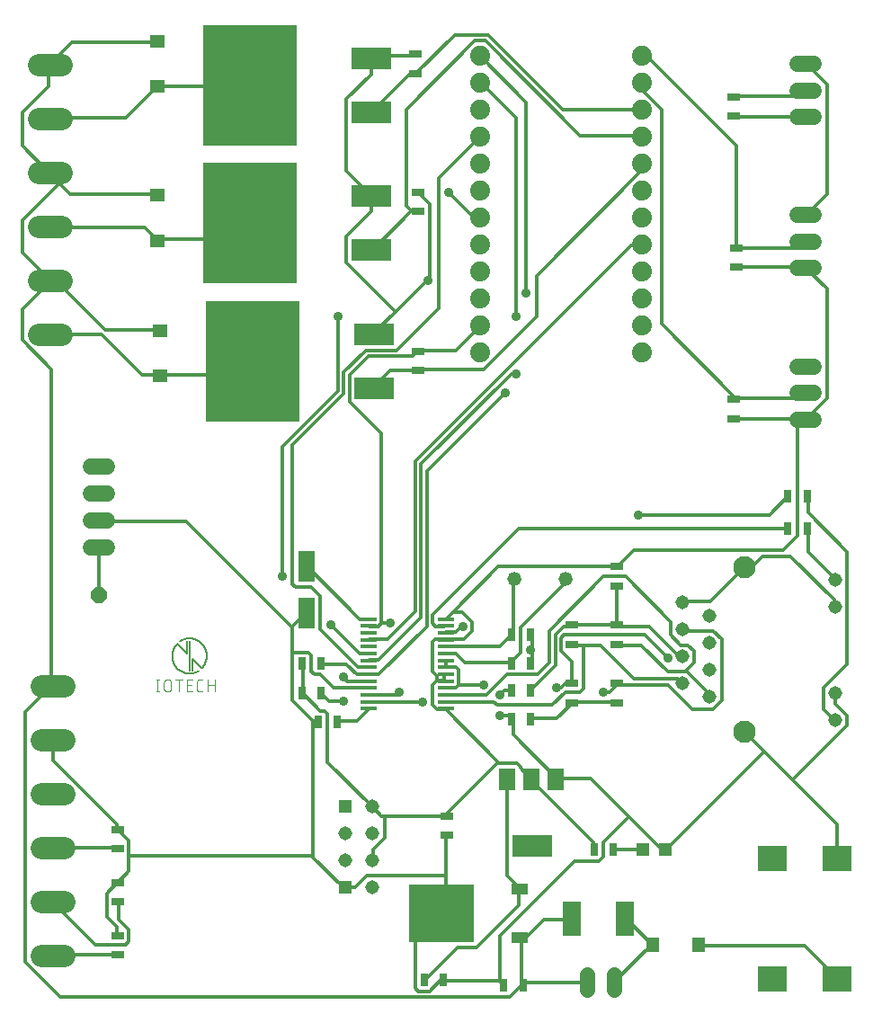
<source format=gbr>
G04 EAGLE Gerber RS-274X export*
G75*
%MOMM*%
%FSLAX34Y34*%
%LPD*%
%AMOC8*
5,1,8,0,0,1.08239X$1,22.5*%
G01*
%ADD10R,1.200000X0.800000*%
%ADD11R,1.200000X1.200000*%
%ADD12R,1.270000X1.470000*%
%ADD13R,0.800000X1.200000*%
%ADD14R,1.780000X3.200000*%
%ADD15R,1.498600X2.006600*%
%ADD16R,3.810000X2.006600*%
%ADD17R,2.800000X2.400000*%
%ADD18R,6.200000X5.400000*%
%ADD19R,1.600000X1.000000*%
%ADD20C,1.422400*%
%ADD21R,1.470000X1.270000*%
%ADD22R,3.810000X2.082800*%
%ADD23R,8.890000X11.430000*%
%ADD24C,1.524000*%
%ADD25R,1.308000X1.308000*%
%ADD26C,1.308000*%
%ADD27C,1.879600*%
%ADD28C,2.095500*%
%ADD29R,1.500000X0.400000*%
%ADD30C,1.320800*%
%ADD31R,1.600000X3.000000*%
%ADD32C,0.127000*%
%ADD33C,0.101600*%
%ADD34C,2.100000*%
%ADD35P,1.632244X8X292.500000*%
%ADD36C,0.300000*%
%ADD37C,0.906400*%


D10*
X442500Y178500D03*
X442500Y196500D03*
D11*
X648000Y165000D03*
X627000Y165000D03*
D12*
X679000Y75000D03*
X636000Y75000D03*
D13*
X439000Y42500D03*
X421000Y42500D03*
X599000Y165000D03*
X581000Y165000D03*
D14*
X609900Y100000D03*
X560100Y100000D03*
D15*
X545106Y231496D03*
X522246Y231496D03*
X499386Y231496D03*
D16*
X522500Y168504D03*
D17*
X810000Y43000D03*
X810000Y157000D03*
X749000Y43000D03*
X749000Y157000D03*
D18*
X437500Y105000D03*
D19*
X510500Y82200D03*
X510500Y127800D03*
D13*
X496000Y37500D03*
X514000Y37500D03*
D20*
X600200Y32888D02*
X600200Y47112D01*
X574800Y47112D02*
X574800Y32888D01*
D10*
X412500Y914000D03*
X412500Y896000D03*
D21*
X170000Y883500D03*
X170000Y926500D03*
D22*
X371400Y859600D03*
X371400Y910400D03*
D23*
X257100Y885000D03*
D10*
X712500Y589000D03*
X712500Y571000D03*
D24*
X772380Y620000D02*
X787620Y620000D01*
X787620Y595000D02*
X772380Y595000D01*
X772380Y570000D02*
X787620Y570000D01*
D10*
X715000Y731500D03*
X715000Y713500D03*
D24*
X772380Y762500D02*
X787620Y762500D01*
X787620Y737500D02*
X772380Y737500D01*
X772380Y712500D02*
X787620Y712500D01*
D10*
X415000Y784000D03*
X415000Y766000D03*
D21*
X170000Y738500D03*
X170000Y781500D03*
D22*
X371400Y729600D03*
X371400Y780400D03*
D23*
X257100Y755000D03*
D25*
X346375Y129250D03*
X346375Y205450D03*
D26*
X346375Y154650D03*
X346375Y180050D03*
X371775Y180050D03*
X371775Y154650D03*
X371775Y129250D03*
X371775Y205450D03*
D27*
X626200Y633000D03*
X626200Y658400D03*
X626200Y683800D03*
X626200Y709200D03*
X626200Y734600D03*
X626200Y760000D03*
X626200Y785400D03*
X626200Y810800D03*
X626200Y836200D03*
X626200Y861600D03*
X626200Y887000D03*
X626200Y912400D03*
X473800Y912400D03*
X473800Y887000D03*
X473800Y861600D03*
X473800Y836200D03*
X473800Y810800D03*
X473800Y785400D03*
X473800Y760000D03*
X473800Y734600D03*
X473800Y709200D03*
X473800Y683800D03*
X473800Y658400D03*
X473800Y633000D03*
D28*
X78778Y904500D02*
X57823Y904500D01*
X57823Y853700D02*
X78778Y853700D01*
X78778Y650500D02*
X57823Y650500D01*
X57823Y802900D02*
X78778Y802900D01*
X78778Y752100D02*
X57823Y752100D01*
X57823Y701300D02*
X78778Y701300D01*
X81278Y319500D02*
X60323Y319500D01*
X60323Y268700D02*
X81278Y268700D01*
X81278Y65500D02*
X60323Y65500D01*
X60323Y217900D02*
X81278Y217900D01*
X81278Y167100D02*
X60323Y167100D01*
X60323Y116300D02*
X81278Y116300D01*
D10*
X415000Y634000D03*
X415000Y616000D03*
D21*
X172500Y611000D03*
X172500Y654000D03*
D22*
X373900Y599600D03*
X373900Y650400D03*
D23*
X259600Y625000D03*
D10*
X712500Y874000D03*
X712500Y856000D03*
D24*
X772380Y905000D02*
X787620Y905000D01*
X787620Y880000D02*
X772380Y880000D01*
X772380Y855000D02*
X787620Y855000D01*
D10*
X132500Y184000D03*
X132500Y166000D03*
X132500Y134000D03*
X132500Y116000D03*
X132500Y84000D03*
X132500Y66000D03*
D29*
X368750Y382250D03*
X368750Y375750D03*
X368750Y369250D03*
X368750Y362750D03*
X368750Y356250D03*
X368750Y349750D03*
X368750Y343250D03*
X368750Y336750D03*
X368750Y330250D03*
X368750Y323750D03*
X368750Y317250D03*
X368750Y310750D03*
X368750Y304250D03*
X368750Y297750D03*
X441250Y297750D03*
X441250Y304250D03*
X441250Y310750D03*
X441250Y317250D03*
X441250Y323750D03*
X441250Y330250D03*
X441250Y336750D03*
X441250Y343250D03*
X441250Y349750D03*
X441250Y356250D03*
X441250Y362750D03*
X441250Y369250D03*
X441250Y375750D03*
X441250Y382250D03*
D13*
X324000Y312500D03*
X306000Y312500D03*
X324000Y340000D03*
X306000Y340000D03*
X339000Y285000D03*
X321000Y285000D03*
D30*
X505870Y420000D03*
X554130Y420000D03*
D13*
X503500Y340000D03*
X521500Y340000D03*
X503500Y367500D03*
X521500Y367500D03*
D10*
X560000Y358500D03*
X560000Y376500D03*
X602500Y358500D03*
X602500Y376500D03*
X602500Y303500D03*
X602500Y321500D03*
X560000Y303500D03*
X560000Y321500D03*
D13*
X521500Y315000D03*
X503500Y315000D03*
D10*
X602500Y431500D03*
X602500Y413500D03*
D13*
X521500Y287500D03*
X503500Y287500D03*
D31*
X310000Y388000D03*
X310000Y432000D03*
D13*
X781500Y467500D03*
X763500Y467500D03*
X781500Y497500D03*
X763500Y497500D03*
D32*
X200000Y361470D02*
X200000Y333530D01*
X202540Y333530D02*
X202540Y344960D01*
X211430Y336070D01*
X197460Y350040D02*
X188570Y358930D01*
X197460Y361470D02*
X197460Y350040D01*
X191110Y361471D02*
X191449Y361680D01*
X191793Y361881D01*
X192142Y362074D01*
X192495Y362258D01*
X192853Y362433D01*
X193215Y362600D01*
X193581Y362758D01*
X193951Y362907D01*
X194324Y363046D01*
X194701Y363177D01*
X195080Y363298D01*
X195463Y363411D01*
X195848Y363513D01*
X196235Y363607D01*
X196625Y363691D01*
X197016Y363765D01*
X197409Y363830D01*
X197804Y363885D01*
X198200Y363931D01*
X198597Y363967D01*
X198995Y363993D01*
X199393Y364010D01*
X199791Y364017D01*
X200190Y364014D01*
X200588Y364001D01*
X200986Y363979D01*
X201383Y363947D01*
X201780Y363906D01*
X202175Y363855D01*
X202569Y363794D01*
X202961Y363724D01*
X203351Y363644D01*
X203740Y363554D01*
X204126Y363455D01*
X204509Y363347D01*
X204890Y363230D01*
X205268Y363103D01*
X205643Y362967D01*
X206014Y362822D01*
X206382Y362668D01*
X206745Y362505D01*
X207105Y362333D01*
X207460Y362153D01*
X207811Y361964D01*
X208157Y361767D01*
X208499Y361561D01*
X208835Y361347D01*
X209165Y361124D01*
X209491Y360894D01*
X209810Y360656D01*
X210124Y360410D01*
X210432Y360157D01*
X210733Y359896D01*
X211028Y359628D01*
X211316Y359353D01*
X211598Y359071D01*
X211872Y358782D01*
X212140Y358486D01*
X212400Y358184D01*
X212653Y357876D01*
X212898Y357562D01*
X213135Y357242D01*
X213365Y356916D01*
X213586Y356585D01*
X213800Y356248D01*
X214005Y355907D01*
X214202Y355560D01*
X214390Y355209D01*
X214570Y354853D01*
X214741Y354493D01*
X214903Y354129D01*
X215056Y353761D01*
X215200Y353390D01*
X215335Y353015D01*
X215461Y352637D01*
X215578Y352256D01*
X215685Y351872D01*
X215783Y351485D01*
X215872Y351097D01*
X215951Y350706D01*
X216021Y350314D01*
X216080Y349920D01*
X216131Y349525D01*
X216172Y349128D01*
X216203Y348731D01*
X216224Y348333D01*
X216236Y347935D01*
X216238Y347536D01*
X216230Y347138D01*
X216212Y346739D01*
X216185Y346342D01*
X216148Y345945D01*
X216102Y345549D01*
X216046Y345155D01*
X215980Y344761D01*
X215905Y344370D01*
X215820Y343981D01*
X215726Y343593D01*
X215622Y343209D01*
X215509Y342826D01*
X215387Y342447D01*
X215256Y342071D01*
X215115Y341698D01*
X214965Y341329D01*
X214807Y340963D01*
X214639Y340601D01*
X214463Y340244D01*
X214278Y339891D01*
X214085Y339542D01*
X213883Y339199D01*
X213673Y338860D01*
X213455Y338527D01*
X213229Y338199D01*
X212994Y337876D01*
X212752Y337560D01*
X212503Y337249D01*
X212245Y336945D01*
X211981Y336646D01*
X211709Y336355D01*
X211430Y336070D01*
X208890Y333529D02*
X208551Y333320D01*
X208207Y333119D01*
X207858Y332926D01*
X207505Y332742D01*
X207147Y332567D01*
X206785Y332400D01*
X206419Y332242D01*
X206049Y332093D01*
X205676Y331954D01*
X205299Y331823D01*
X204920Y331702D01*
X204537Y331589D01*
X204152Y331487D01*
X203765Y331393D01*
X203375Y331309D01*
X202984Y331235D01*
X202591Y331170D01*
X202196Y331115D01*
X201800Y331069D01*
X201403Y331033D01*
X201005Y331007D01*
X200607Y330990D01*
X200209Y330983D01*
X199810Y330986D01*
X199412Y330999D01*
X199014Y331021D01*
X198617Y331053D01*
X198220Y331094D01*
X197825Y331145D01*
X197431Y331206D01*
X197039Y331276D01*
X196649Y331356D01*
X196260Y331446D01*
X195874Y331545D01*
X195491Y331653D01*
X195110Y331770D01*
X194732Y331897D01*
X194357Y332033D01*
X193986Y332178D01*
X193618Y332332D01*
X193255Y332495D01*
X192895Y332667D01*
X192540Y332847D01*
X192189Y333036D01*
X191843Y333233D01*
X191501Y333439D01*
X191165Y333653D01*
X190835Y333876D01*
X190509Y334106D01*
X190190Y334344D01*
X189876Y334590D01*
X189568Y334843D01*
X189267Y335104D01*
X188972Y335372D01*
X188684Y335647D01*
X188402Y335929D01*
X188128Y336218D01*
X187860Y336514D01*
X187600Y336816D01*
X187347Y337124D01*
X187102Y337438D01*
X186865Y337758D01*
X186635Y338084D01*
X186414Y338415D01*
X186200Y338752D01*
X185995Y339093D01*
X185798Y339440D01*
X185610Y339791D01*
X185430Y340147D01*
X185259Y340507D01*
X185097Y340871D01*
X184944Y341239D01*
X184800Y341610D01*
X184665Y341985D01*
X184539Y342363D01*
X184422Y342744D01*
X184315Y343128D01*
X184217Y343515D01*
X184128Y343903D01*
X184049Y344294D01*
X183979Y344686D01*
X183920Y345080D01*
X183869Y345475D01*
X183828Y345872D01*
X183797Y346269D01*
X183776Y346667D01*
X183764Y347065D01*
X183762Y347464D01*
X183770Y347862D01*
X183788Y348261D01*
X183815Y348658D01*
X183852Y349055D01*
X183898Y349451D01*
X183954Y349845D01*
X184020Y350239D01*
X184095Y350630D01*
X184180Y351019D01*
X184274Y351407D01*
X184378Y351791D01*
X184491Y352174D01*
X184613Y352553D01*
X184744Y352929D01*
X184885Y353302D01*
X185035Y353671D01*
X185193Y354037D01*
X185361Y354399D01*
X185537Y354756D01*
X185722Y355109D01*
X185915Y355458D01*
X186117Y355801D01*
X186327Y356140D01*
X186545Y356473D01*
X186771Y356801D01*
X187006Y357124D01*
X187248Y357440D01*
X187497Y357751D01*
X187755Y358055D01*
X188019Y358354D01*
X188291Y358645D01*
X188570Y358930D01*
D33*
X170056Y325402D02*
X170056Y313718D01*
X168758Y313718D02*
X171354Y313718D01*
X171354Y325402D02*
X168758Y325402D01*
X175955Y322156D02*
X175955Y316964D01*
X175954Y322156D02*
X175956Y322269D01*
X175962Y322382D01*
X175972Y322495D01*
X175986Y322608D01*
X176003Y322720D01*
X176025Y322831D01*
X176050Y322941D01*
X176080Y323051D01*
X176113Y323159D01*
X176150Y323266D01*
X176190Y323372D01*
X176235Y323476D01*
X176283Y323579D01*
X176334Y323680D01*
X176389Y323779D01*
X176447Y323876D01*
X176509Y323971D01*
X176574Y324064D01*
X176642Y324154D01*
X176713Y324242D01*
X176788Y324328D01*
X176865Y324411D01*
X176945Y324491D01*
X177028Y324568D01*
X177114Y324643D01*
X177202Y324714D01*
X177292Y324782D01*
X177385Y324847D01*
X177480Y324909D01*
X177577Y324967D01*
X177676Y325022D01*
X177777Y325073D01*
X177880Y325121D01*
X177984Y325166D01*
X178090Y325206D01*
X178197Y325243D01*
X178305Y325276D01*
X178415Y325306D01*
X178525Y325331D01*
X178636Y325353D01*
X178748Y325370D01*
X178861Y325384D01*
X178974Y325394D01*
X179087Y325400D01*
X179200Y325402D01*
X179313Y325400D01*
X179426Y325394D01*
X179539Y325384D01*
X179652Y325370D01*
X179764Y325353D01*
X179875Y325331D01*
X179985Y325306D01*
X180095Y325276D01*
X180203Y325243D01*
X180310Y325206D01*
X180416Y325166D01*
X180520Y325121D01*
X180623Y325073D01*
X180724Y325022D01*
X180823Y324967D01*
X180920Y324909D01*
X181015Y324847D01*
X181108Y324782D01*
X181198Y324714D01*
X181286Y324643D01*
X181372Y324568D01*
X181455Y324491D01*
X181535Y324411D01*
X181612Y324328D01*
X181687Y324242D01*
X181758Y324154D01*
X181826Y324064D01*
X181891Y323971D01*
X181953Y323876D01*
X182011Y323779D01*
X182066Y323680D01*
X182117Y323579D01*
X182165Y323476D01*
X182210Y323372D01*
X182250Y323266D01*
X182287Y323159D01*
X182320Y323051D01*
X182350Y322941D01*
X182375Y322831D01*
X182397Y322720D01*
X182414Y322608D01*
X182428Y322495D01*
X182438Y322382D01*
X182444Y322269D01*
X182446Y322156D01*
X182446Y316964D01*
X182444Y316851D01*
X182438Y316738D01*
X182428Y316625D01*
X182414Y316512D01*
X182397Y316400D01*
X182375Y316289D01*
X182350Y316179D01*
X182320Y316069D01*
X182287Y315961D01*
X182250Y315854D01*
X182210Y315748D01*
X182165Y315644D01*
X182117Y315541D01*
X182066Y315440D01*
X182011Y315341D01*
X181953Y315244D01*
X181891Y315149D01*
X181826Y315056D01*
X181758Y314966D01*
X181687Y314878D01*
X181612Y314792D01*
X181535Y314709D01*
X181455Y314629D01*
X181372Y314552D01*
X181286Y314477D01*
X181198Y314406D01*
X181108Y314338D01*
X181015Y314273D01*
X180920Y314211D01*
X180823Y314153D01*
X180724Y314098D01*
X180623Y314047D01*
X180520Y313999D01*
X180416Y313954D01*
X180310Y313914D01*
X180203Y313877D01*
X180095Y313844D01*
X179985Y313814D01*
X179875Y313789D01*
X179764Y313767D01*
X179652Y313750D01*
X179539Y313736D01*
X179426Y313726D01*
X179313Y313720D01*
X179200Y313718D01*
X179087Y313720D01*
X178974Y313726D01*
X178861Y313736D01*
X178748Y313750D01*
X178636Y313767D01*
X178525Y313789D01*
X178415Y313814D01*
X178305Y313844D01*
X178197Y313877D01*
X178090Y313914D01*
X177984Y313954D01*
X177880Y313999D01*
X177777Y314047D01*
X177676Y314098D01*
X177577Y314153D01*
X177480Y314211D01*
X177385Y314273D01*
X177292Y314338D01*
X177202Y314406D01*
X177114Y314477D01*
X177028Y314552D01*
X176945Y314629D01*
X176865Y314709D01*
X176788Y314792D01*
X176713Y314878D01*
X176642Y314966D01*
X176574Y315056D01*
X176509Y315149D01*
X176447Y315244D01*
X176389Y315341D01*
X176334Y315440D01*
X176283Y315541D01*
X176235Y315644D01*
X176190Y315748D01*
X176150Y315854D01*
X176113Y315961D01*
X176080Y316069D01*
X176050Y316179D01*
X176025Y316289D01*
X176003Y316400D01*
X175986Y316512D01*
X175972Y316625D01*
X175962Y316738D01*
X175956Y316851D01*
X175954Y316964D01*
X189868Y313718D02*
X189868Y325402D01*
X186623Y325402D02*
X193114Y325402D01*
X197694Y313718D02*
X202887Y313718D01*
X197694Y313718D02*
X197694Y325402D01*
X202887Y325402D01*
X201589Y320209D02*
X197694Y320209D01*
X209760Y313718D02*
X212356Y313718D01*
X209760Y313718D02*
X209661Y313720D01*
X209561Y313726D01*
X209462Y313735D01*
X209364Y313748D01*
X209266Y313765D01*
X209168Y313786D01*
X209072Y313811D01*
X208977Y313839D01*
X208883Y313871D01*
X208790Y313906D01*
X208698Y313945D01*
X208608Y313988D01*
X208520Y314033D01*
X208433Y314083D01*
X208349Y314135D01*
X208266Y314191D01*
X208186Y314249D01*
X208108Y314311D01*
X208033Y314376D01*
X207960Y314444D01*
X207890Y314514D01*
X207822Y314587D01*
X207757Y314662D01*
X207695Y314740D01*
X207637Y314820D01*
X207581Y314903D01*
X207529Y314987D01*
X207479Y315074D01*
X207434Y315162D01*
X207391Y315252D01*
X207352Y315344D01*
X207317Y315437D01*
X207285Y315531D01*
X207257Y315626D01*
X207232Y315722D01*
X207211Y315820D01*
X207194Y315918D01*
X207181Y316016D01*
X207172Y316115D01*
X207166Y316215D01*
X207164Y316314D01*
X207163Y316314D02*
X207163Y322806D01*
X207164Y322806D02*
X207166Y322905D01*
X207172Y323005D01*
X207181Y323104D01*
X207194Y323202D01*
X207211Y323300D01*
X207232Y323398D01*
X207257Y323494D01*
X207285Y323589D01*
X207317Y323683D01*
X207352Y323776D01*
X207391Y323868D01*
X207434Y323958D01*
X207479Y324046D01*
X207529Y324133D01*
X207581Y324217D01*
X207637Y324300D01*
X207695Y324380D01*
X207757Y324458D01*
X207822Y324533D01*
X207890Y324606D01*
X207960Y324676D01*
X208033Y324744D01*
X208108Y324809D01*
X208186Y324871D01*
X208266Y324929D01*
X208349Y324985D01*
X208433Y325037D01*
X208520Y325087D01*
X208608Y325132D01*
X208698Y325175D01*
X208790Y325214D01*
X208882Y325249D01*
X208977Y325281D01*
X209072Y325309D01*
X209168Y325334D01*
X209266Y325355D01*
X209364Y325372D01*
X209462Y325385D01*
X209561Y325394D01*
X209661Y325400D01*
X209760Y325402D01*
X212356Y325402D01*
X217103Y325402D02*
X217103Y313718D01*
X217103Y320209D02*
X223594Y320209D01*
X223594Y325402D02*
X223594Y313718D01*
D34*
X722700Y275750D03*
X722700Y430650D03*
D26*
X808400Y419450D03*
X808400Y394050D03*
X808400Y312350D03*
X808400Y286950D03*
X664300Y397600D03*
X664300Y372200D03*
X664300Y346800D03*
X664300Y321400D03*
X689700Y385000D03*
X689700Y359600D03*
X689700Y334200D03*
X689700Y308800D03*
D24*
X122620Y449400D02*
X107380Y449400D01*
X107380Y474800D02*
X122620Y474800D01*
X122620Y500200D02*
X107380Y500200D01*
X107380Y525600D02*
X122620Y525600D01*
D35*
X115000Y405000D03*
D36*
X89375Y925375D02*
X169125Y925375D01*
X89375Y925375D02*
X68750Y904750D01*
X169125Y925375D02*
X170000Y926500D01*
X68750Y904750D02*
X68300Y904500D01*
X88000Y782375D02*
X169125Y782375D01*
X77688Y792688D02*
X68750Y801625D01*
X77688Y792688D02*
X88000Y782375D01*
X169125Y782375D02*
X170000Y781500D01*
X68750Y801625D02*
X68300Y802900D01*
X512875Y79750D02*
X512875Y38500D01*
X512875Y79750D02*
X511500Y81125D01*
X512875Y38500D02*
X514000Y37500D01*
X511500Y81125D02*
X510500Y82200D01*
X514250Y39875D02*
X574750Y39875D01*
X574800Y40000D01*
X514250Y39875D02*
X514000Y37500D01*
X533500Y99000D02*
X559625Y99000D01*
X533500Y99000D02*
X514250Y79750D01*
X559625Y99000D02*
X560100Y100000D01*
X514250Y79750D02*
X510500Y82200D01*
X171875Y654500D02*
X121000Y654500D01*
X74250Y701250D01*
X68750Y701250D01*
X171875Y654500D02*
X172500Y654000D01*
X68750Y701250D02*
X68300Y701300D01*
X70125Y617375D02*
X70125Y320375D01*
X70125Y617375D02*
X42625Y644875D01*
X42625Y673750D01*
X68750Y699875D01*
X70125Y320375D02*
X70800Y319500D01*
X68750Y699875D02*
X68300Y701300D01*
X512875Y37125D02*
X501875Y26125D01*
X78375Y26125D01*
X45375Y59125D01*
X45375Y294250D01*
X70125Y319000D01*
X512875Y37125D02*
X514000Y37500D01*
X70800Y319500D02*
X70125Y319000D01*
X42625Y757625D02*
X77000Y792000D01*
X42625Y757625D02*
X42625Y727375D01*
X67375Y702625D01*
X77000Y792000D02*
X77688Y792688D01*
X67375Y702625D02*
X68300Y701300D01*
X67375Y884125D02*
X67375Y903375D01*
X67375Y884125D02*
X42625Y859375D01*
X42625Y827750D01*
X67375Y803000D01*
X67375Y903375D02*
X68300Y904500D01*
X67375Y803000D02*
X68300Y802900D01*
X316250Y286000D02*
X320375Y286000D01*
X316250Y286000D02*
X297000Y305250D01*
X297000Y350625D02*
X297000Y375375D01*
X297000Y350625D02*
X297000Y305250D01*
X297000Y375375D02*
X309375Y387750D01*
X320375Y286000D02*
X321000Y285000D01*
X309375Y387750D02*
X310000Y388000D01*
X335500Y317625D02*
X368500Y317625D01*
X335500Y317625D02*
X323125Y330000D01*
X317625Y330000D01*
X314875Y332750D01*
X314875Y347875D01*
X312125Y350625D01*
X298375Y350625D01*
X368500Y317625D02*
X368750Y317250D01*
X298375Y350625D02*
X297000Y350625D01*
X196625Y474375D02*
X115500Y474375D01*
X196625Y474375D02*
X295625Y375375D01*
X115500Y474375D02*
X115000Y474800D01*
X295625Y375375D02*
X297000Y375375D01*
X132000Y92125D02*
X132000Y85250D01*
X132000Y92125D02*
X122375Y101750D01*
X122375Y123750D01*
X132000Y133375D01*
X132000Y85250D02*
X132500Y84000D01*
X132000Y133375D02*
X132500Y134000D01*
X143000Y173250D02*
X133375Y182875D01*
X143000Y159500D02*
X143000Y144375D01*
X143000Y159500D02*
X143000Y173250D01*
X143000Y144375D02*
X133375Y134750D01*
X133375Y182875D02*
X132500Y184000D01*
X133375Y134750D02*
X132500Y134000D01*
X71500Y248875D02*
X71500Y268125D01*
X71500Y248875D02*
X132000Y188375D01*
X132000Y184250D01*
X71500Y268125D02*
X70800Y268700D01*
X132000Y184250D02*
X132500Y184000D01*
X440000Y41250D02*
X492250Y41250D01*
X495000Y38500D01*
X440000Y41250D02*
X439000Y42500D01*
X495000Y38500D02*
X496000Y37500D01*
X441375Y108625D02*
X441375Y140250D01*
X441375Y177375D01*
X441375Y108625D02*
X438625Y105875D01*
X441375Y177375D02*
X442500Y178500D01*
X438625Y105875D02*
X437500Y105000D01*
X356125Y129250D02*
X346500Y129250D01*
X356125Y129250D02*
X367125Y140250D01*
X440000Y140250D01*
X346500Y129250D02*
X346375Y129250D01*
X440000Y140250D02*
X441375Y140250D01*
X438625Y41250D02*
X435875Y41250D01*
X426250Y31625D01*
X415250Y31625D01*
X412500Y34375D01*
X412500Y79750D01*
X437250Y104500D01*
X439000Y42500D02*
X438625Y41250D01*
X437250Y104500D02*
X437500Y105000D01*
X314875Y159500D02*
X144375Y159500D01*
X314875Y159500D02*
X345125Y129250D01*
X144375Y159500D02*
X143000Y159500D01*
X345125Y129250D02*
X346375Y129250D01*
X316250Y159500D02*
X316250Y284625D01*
X316250Y286000D01*
X316250Y159500D02*
X314875Y159500D01*
X374000Y913000D02*
X412500Y913000D01*
X374000Y913000D02*
X372625Y911625D01*
X412500Y913000D02*
X412500Y914000D01*
X372625Y911625D02*
X371400Y910400D01*
X415250Y783750D02*
X426250Y772750D01*
X426250Y704000D01*
X393938Y671688D02*
X374000Y651750D01*
X393938Y671688D02*
X424188Y701938D01*
X426250Y704000D01*
X415250Y783750D02*
X415000Y784000D01*
X374000Y651750D02*
X373900Y650400D01*
X371250Y765875D02*
X371250Y779625D01*
X371250Y765875D02*
X347875Y742500D01*
X347875Y717750D01*
X393250Y672375D01*
X371250Y779625D02*
X371400Y780400D01*
X393250Y672375D02*
X393938Y671688D01*
X371250Y895125D02*
X371250Y910250D01*
X371250Y895125D02*
X347875Y871750D01*
X347875Y804375D01*
X371250Y781000D01*
X371250Y910250D02*
X371400Y910400D01*
X371250Y781000D02*
X371400Y780400D01*
X415250Y635250D02*
X451000Y635250D01*
X473000Y657250D01*
X415250Y635250D02*
X415000Y634000D01*
X473000Y657250D02*
X473800Y658400D01*
X378125Y375375D02*
X369875Y375375D01*
X378125Y375375D02*
X380875Y378125D01*
X380875Y556875D01*
X350625Y587125D01*
X350625Y611875D01*
X368500Y629750D01*
X409750Y629750D01*
X413875Y633875D01*
X368750Y375750D02*
X369875Y375375D01*
X413875Y633875D02*
X415000Y634000D01*
X424875Y701250D02*
X424188Y701938D01*
X441375Y317625D02*
X451000Y317625D01*
X453750Y320375D01*
X453750Y334125D01*
X451000Y336875D01*
X441375Y336875D01*
X441375Y317625D02*
X441250Y317250D01*
X441250Y336750D02*
X441375Y336875D01*
X441375Y338250D02*
X441375Y342375D01*
X441250Y343250D01*
X441375Y338250D02*
X441250Y336750D01*
X522500Y353375D02*
X522500Y367125D01*
X522500Y353375D02*
X522500Y341000D01*
X521500Y340000D01*
X522500Y367125D02*
X521500Y367500D01*
X504625Y287375D02*
X504625Y273625D01*
X545875Y232375D01*
X504625Y287375D02*
X503500Y287500D01*
X545875Y232375D02*
X545106Y231496D01*
X503250Y314875D02*
X496375Y314875D01*
X492250Y310750D01*
X492250Y291500D02*
X500500Y291500D01*
X503250Y288750D01*
X503250Y314875D02*
X503500Y315000D01*
X503250Y288750D02*
X503500Y287500D01*
X644875Y165000D02*
X647625Y165000D01*
X613938Y195938D02*
X577500Y232375D01*
X613938Y195938D02*
X644875Y165000D01*
X577500Y232375D02*
X547250Y232375D01*
X647625Y165000D02*
X648000Y165000D01*
X547250Y232375D02*
X545106Y231496D01*
X522500Y353375D02*
X521125Y353375D01*
X477125Y320375D02*
X455125Y320375D01*
X453750Y320375D01*
X800250Y885500D02*
X781000Y904750D01*
X800250Y885500D02*
X800250Y782375D01*
X781000Y763125D01*
X781000Y904750D02*
X780000Y905000D01*
X781000Y763125D02*
X780000Y762500D01*
X690250Y398750D02*
X665500Y398750D01*
X690250Y398750D02*
X721875Y430375D01*
X665500Y398750D02*
X664300Y397600D01*
X721875Y430375D02*
X722700Y430650D01*
X809875Y188375D02*
X809875Y158125D01*
X741125Y257125D02*
X723250Y275000D01*
X741125Y257125D02*
X767938Y230313D01*
X809875Y188375D01*
X809875Y158125D02*
X810000Y157000D01*
X723250Y275000D02*
X722700Y275750D01*
X808500Y302500D02*
X808500Y312125D01*
X808500Y302500D02*
X819500Y291500D01*
X819500Y281875D01*
X768625Y231000D01*
X808500Y312125D02*
X808400Y312350D01*
X768625Y231000D02*
X767938Y230313D01*
X730125Y431750D02*
X723250Y431750D01*
X730125Y431750D02*
X739750Y441375D01*
X765875Y441375D01*
X807125Y400125D01*
X807125Y394625D01*
X723250Y431750D02*
X722700Y430650D01*
X807125Y394625D02*
X808400Y394050D01*
X741125Y257125D02*
X649000Y165000D01*
X648000Y165000D01*
X389125Y378125D02*
X382250Y378125D01*
X380875Y378125D01*
X492250Y83875D02*
X492250Y42625D01*
X492250Y83875D02*
X562375Y154000D01*
X585750Y154000D01*
X589875Y158125D01*
X589875Y171875D01*
X613250Y195250D01*
X492250Y42625D02*
X496000Y37500D01*
X613250Y195250D02*
X613938Y195938D01*
D37*
X424875Y701250D03*
X492250Y310750D03*
X492250Y291500D03*
X521125Y353375D03*
X477125Y320375D03*
X389125Y378125D03*
D36*
X599500Y165000D02*
X627000Y165000D01*
X599500Y165000D02*
X599000Y165000D01*
X679250Y74250D02*
X779625Y74250D01*
X809875Y44000D01*
X679250Y74250D02*
X679000Y75000D01*
X809875Y44000D02*
X810000Y43000D01*
X452375Y72875D02*
X422125Y42625D01*
X452375Y72875D02*
X470250Y72875D01*
X510125Y112750D01*
X510125Y126500D01*
X422125Y42625D02*
X421000Y42500D01*
X510125Y126500D02*
X510500Y127800D01*
X499125Y140250D02*
X499125Y231000D01*
X499125Y140250D02*
X510125Y129250D01*
X499125Y231000D02*
X499386Y231496D01*
X510125Y129250D02*
X510500Y127800D01*
X610500Y100375D02*
X635250Y75625D01*
X636000Y75000D01*
X610500Y100375D02*
X609900Y100000D01*
X635250Y75625D02*
X600875Y41250D01*
X600200Y40000D01*
X635250Y75625D02*
X636000Y75000D01*
X255750Y884125D02*
X170500Y884125D01*
X170000Y883500D01*
X255750Y884125D02*
X257100Y885000D01*
X140250Y853875D02*
X68750Y853875D01*
X140250Y853875D02*
X169125Y882750D01*
X68750Y853875D02*
X68300Y853700D01*
X169125Y882750D02*
X170000Y883500D01*
X369875Y343750D02*
X378125Y343750D01*
X418000Y383625D01*
X418000Y528000D01*
X503250Y613250D01*
X507375Y613250D01*
X507375Y666875D02*
X507375Y853875D01*
X474375Y886875D01*
X369875Y343750D02*
X368750Y343250D01*
X474375Y886875D02*
X473800Y887000D01*
D37*
X507375Y613250D03*
X507375Y666875D03*
D36*
X132000Y166375D02*
X71500Y166375D01*
X132000Y166375D02*
X132500Y166000D01*
X71500Y166375D02*
X70800Y167100D01*
X170500Y739750D02*
X240625Y739750D01*
X255750Y754875D01*
X170500Y739750D02*
X170000Y738500D01*
X255750Y754875D02*
X257100Y755000D01*
X158125Y750750D02*
X68750Y750750D01*
X158125Y750750D02*
X169125Y739750D01*
X68750Y750750D02*
X68300Y752100D01*
X169125Y739750D02*
X170000Y738500D01*
X369875Y363000D02*
X386375Y363000D01*
X412500Y389125D01*
X412500Y530750D01*
X616000Y734250D01*
X625625Y734250D01*
X369875Y363000D02*
X368750Y362750D01*
X625625Y734250D02*
X626200Y734600D01*
X413875Y616000D02*
X389125Y616000D01*
X374000Y600875D01*
X413875Y616000D02*
X415000Y616000D01*
X374000Y600875D02*
X373900Y599600D01*
X625625Y804375D02*
X625625Y809875D01*
X625625Y804375D02*
X526625Y705375D01*
X526625Y666875D01*
X477125Y617375D01*
X415250Y617375D01*
X625625Y809875D02*
X626200Y810800D01*
X415250Y617375D02*
X415000Y616000D01*
X413875Y765875D02*
X408375Y765875D01*
X372625Y730125D01*
X413875Y765875D02*
X415000Y766000D01*
X372625Y730125D02*
X371400Y729600D01*
X567875Y837375D02*
X625625Y837375D01*
X567875Y837375D02*
X478500Y926750D01*
X468875Y926750D01*
X404250Y862125D01*
X404250Y771375D01*
X408375Y767250D01*
X625625Y837375D02*
X626200Y836200D01*
X408375Y767250D02*
X408375Y765875D01*
X713625Y874500D02*
X774125Y874500D01*
X779625Y880000D01*
X713625Y874500D02*
X712500Y874000D01*
X779625Y880000D02*
X780000Y880000D01*
X368500Y336875D02*
X358875Y336875D01*
X323125Y372625D01*
X323125Y404250D01*
X314875Y412500D01*
X299750Y412500D01*
X297000Y415250D01*
X297000Y545875D01*
X345125Y594000D01*
X345125Y614625D01*
X365750Y635250D01*
X394625Y635250D01*
X434500Y675125D01*
X434500Y797500D01*
X473000Y836000D01*
X368500Y336875D02*
X368750Y336750D01*
X473000Y836000D02*
X473800Y836200D01*
X368500Y349250D02*
X360250Y349250D01*
X332750Y376750D01*
X287375Y422125D02*
X287375Y544500D01*
X339625Y596750D01*
X339625Y666875D01*
X368750Y349750D02*
X368500Y349250D01*
D37*
X332750Y376750D03*
X287375Y422125D03*
X339625Y666875D03*
D36*
X347875Y339625D02*
X324500Y339625D01*
X347875Y339625D02*
X357500Y330000D01*
X368500Y330000D01*
X324500Y339625D02*
X324000Y340000D01*
X368500Y330000D02*
X368750Y330250D01*
X369875Y330000D02*
X378125Y330000D01*
X423500Y375375D01*
X423500Y521125D01*
X497750Y595375D01*
X517000Y688875D02*
X517000Y869000D01*
X474375Y911625D01*
X368750Y330250D02*
X369875Y330000D01*
X474375Y911625D02*
X473800Y912400D01*
D37*
X497750Y595375D03*
X517000Y688875D03*
D36*
X412500Y895125D02*
X407000Y895125D01*
X372625Y860750D01*
X412500Y895125D02*
X412500Y896000D01*
X372625Y860750D02*
X371400Y859600D01*
X551375Y862125D02*
X625625Y862125D01*
X551375Y862125D02*
X481250Y932250D01*
X449625Y932250D01*
X413875Y896500D01*
X625625Y862125D02*
X626200Y861600D01*
X413875Y896500D02*
X412500Y896000D01*
X713625Y589875D02*
X775500Y589875D01*
X779625Y594000D01*
X713625Y589875D02*
X712500Y589000D01*
X779625Y594000D02*
X780000Y595000D01*
X627000Y880000D02*
X627000Y886875D01*
X627000Y880000D02*
X644875Y862125D01*
X644875Y660000D01*
X713625Y591250D01*
X627000Y886875D02*
X626200Y887000D01*
X713625Y591250D02*
X712500Y589000D01*
X715000Y731500D02*
X774125Y731500D01*
X779625Y737000D01*
X780000Y737500D01*
X631125Y911625D02*
X627000Y911625D01*
X631125Y911625D02*
X715000Y827750D01*
X715000Y732875D01*
X627000Y911625D02*
X626200Y912400D01*
X715000Y732875D02*
X715000Y731500D01*
X132000Y66000D02*
X71500Y66000D01*
X132000Y66000D02*
X132500Y66000D01*
X71500Y66000D02*
X70800Y65500D01*
X133375Y99000D02*
X133375Y115500D01*
X133375Y99000D02*
X143000Y89375D01*
X143000Y78375D01*
X140250Y75625D01*
X111375Y75625D01*
X71500Y115500D01*
X132500Y116000D02*
X133375Y115500D01*
X71500Y115500D02*
X70800Y116300D01*
X467500Y760375D02*
X473000Y760375D01*
X467500Y760375D02*
X444125Y783750D01*
X473000Y760375D02*
X473800Y760000D01*
D37*
X444125Y783750D03*
D36*
X246125Y611875D02*
X173250Y611875D01*
X246125Y611875D02*
X258500Y624250D01*
X173250Y611875D02*
X172500Y611000D01*
X258500Y624250D02*
X259600Y625000D01*
X116875Y650375D02*
X68750Y650375D01*
X116875Y650375D02*
X155375Y611875D01*
X171875Y611875D01*
X68750Y650375D02*
X68300Y650500D01*
X171875Y611875D02*
X172500Y611000D01*
X713625Y570625D02*
X779625Y570625D01*
X713625Y570625D02*
X712500Y571000D01*
X779625Y570625D02*
X780000Y570000D01*
X779625Y713625D02*
X715000Y713625D01*
X715000Y713500D01*
X779625Y713625D02*
X780000Y712500D01*
X779625Y855250D02*
X713625Y855250D01*
X712500Y856000D01*
X779625Y855250D02*
X780000Y855000D01*
X800250Y589875D02*
X781000Y570625D01*
X800250Y589875D02*
X800250Y693000D01*
X781000Y712250D01*
X781000Y570625D02*
X780000Y570000D01*
X781000Y712250D02*
X780000Y712500D01*
X440000Y297000D02*
X433125Y297000D01*
X429000Y301125D01*
X429000Y320375D01*
X433125Y324500D01*
X440000Y324500D01*
X441250Y297750D02*
X440000Y297000D01*
X441250Y323750D02*
X440000Y324500D01*
X440000Y325875D02*
X440000Y330000D01*
X441250Y330250D01*
X440000Y325875D02*
X440000Y324500D01*
X490875Y431750D02*
X602250Y431750D01*
X446188Y387063D02*
X441375Y382250D01*
X448000Y388875D02*
X490875Y431750D01*
X602250Y431750D02*
X602500Y431500D01*
X441375Y382250D02*
X441250Y382250D01*
X441375Y363000D02*
X458500Y363000D01*
X466250Y370750D01*
X466250Y379500D01*
X456875Y388875D01*
X441375Y363000D02*
X441250Y362750D01*
X433125Y328625D02*
X433125Y325875D01*
X433125Y328625D02*
X429000Y332750D01*
X429000Y360250D01*
X431750Y363000D01*
X440000Y363000D01*
X433125Y325875D02*
X433125Y324500D01*
X441250Y362750D02*
X440000Y363000D01*
X580250Y171875D02*
X580250Y165000D01*
X580250Y171875D02*
X521125Y231000D01*
X580250Y165000D02*
X581000Y165000D01*
X522246Y231496D02*
X521125Y231000D01*
X306625Y313500D02*
X306625Y339625D01*
X306625Y313500D02*
X306000Y312500D01*
X306625Y339625D02*
X306000Y340000D01*
X380875Y196625D02*
X383625Y196625D01*
X441375Y196625D01*
X380875Y196625D02*
X372625Y204875D01*
X441375Y196625D02*
X442500Y196500D01*
X372625Y204875D02*
X371775Y205450D01*
X323125Y295625D02*
X306625Y312125D01*
X323125Y295625D02*
X327250Y295625D01*
X330000Y292875D01*
X330000Y247500D01*
X371250Y206250D01*
X306625Y312125D02*
X306000Y312500D01*
X371250Y206250D02*
X371775Y205450D01*
X372625Y165000D02*
X372625Y155375D01*
X372625Y165000D02*
X383625Y176000D01*
X383625Y195250D01*
X372625Y155375D02*
X371775Y154650D01*
X383625Y195250D02*
X383625Y196625D01*
X511500Y242000D02*
X521125Y232375D01*
X511500Y242000D02*
X511500Y243375D01*
X508750Y246125D01*
X490875Y246125D02*
X489500Y246125D01*
X490875Y246125D02*
X508750Y246125D01*
X489500Y246125D02*
X441375Y198000D01*
X521125Y232375D02*
X522246Y231496D01*
X442500Y196500D02*
X441375Y198000D01*
X490875Y247500D02*
X441375Y297000D01*
X441250Y297750D01*
X490875Y247500D02*
X490875Y246125D01*
X772750Y460625D02*
X772750Y569250D01*
X772750Y460625D02*
X759000Y446875D01*
X618750Y446875D01*
X603625Y431750D01*
X772750Y569250D02*
X780000Y570000D01*
X603625Y431750D02*
X602500Y431500D01*
X456875Y388875D02*
X448000Y388875D01*
X446188Y387063D01*
X782375Y445500D02*
X782375Y467500D01*
X782375Y445500D02*
X807125Y420750D01*
X782375Y467500D02*
X781500Y467500D01*
X807125Y420750D02*
X808400Y419450D01*
X782375Y482625D02*
X782375Y496375D01*
X782375Y482625D02*
X819500Y445500D01*
X819500Y339625D01*
X797500Y317625D01*
X797500Y297000D01*
X807125Y287375D01*
X782375Y496375D02*
X781500Y497500D01*
X807125Y287375D02*
X808400Y286950D01*
X368500Y382250D02*
X360250Y382250D01*
X310750Y431750D01*
X368500Y382250D02*
X368750Y382250D01*
X310750Y431750D02*
X310000Y432000D01*
X324000Y312500D02*
X331500Y305000D01*
X345000Y305000D01*
D37*
X345000Y305000D03*
X345000Y327500D03*
D36*
X348750Y323750D01*
X368750Y323750D01*
X357500Y286000D02*
X339625Y286000D01*
X357500Y286000D02*
X368500Y297000D01*
X339625Y286000D02*
X339000Y285000D01*
X368500Y297000D02*
X368750Y297750D01*
X504625Y368500D02*
X504625Y419375D01*
X504625Y368500D02*
X503500Y367500D01*
X504625Y419375D02*
X505870Y420000D01*
X492250Y356125D02*
X441375Y356125D01*
X492250Y356125D02*
X503250Y367125D01*
X441375Y356125D02*
X441250Y356250D01*
X503250Y367125D02*
X503500Y367500D01*
X503250Y341000D02*
X459250Y341000D01*
X451000Y349250D01*
X441375Y349250D01*
X503250Y341000D02*
X503500Y340000D01*
X441375Y349250D02*
X441250Y349750D01*
X554125Y416625D02*
X554125Y419375D01*
X554125Y416625D02*
X511500Y374000D01*
X511500Y350625D01*
X503250Y342375D01*
X554125Y419375D02*
X554130Y420000D01*
X503250Y342375D02*
X503500Y340000D01*
X602250Y376750D02*
X602250Y412500D01*
X602250Y376750D02*
X602500Y376500D01*
X602250Y412500D02*
X602500Y413500D01*
X544500Y338250D02*
X522500Y316250D01*
X544500Y338250D02*
X544500Y367125D01*
X552750Y375375D01*
X559625Y375375D01*
X522500Y316250D02*
X521500Y315000D01*
X559625Y375375D02*
X560000Y376500D01*
X561000Y376750D02*
X600875Y376750D01*
X602500Y376500D01*
X561000Y376750D02*
X560000Y376500D01*
X660000Y347875D02*
X664125Y347875D01*
X660000Y347875D02*
X632500Y375375D01*
X603625Y375375D01*
X664125Y347875D02*
X664300Y346800D01*
X603625Y375375D02*
X602500Y376500D01*
X545875Y288750D02*
X522500Y288750D01*
X545875Y288750D02*
X559625Y302500D01*
X522500Y288750D02*
X521500Y287500D01*
X559625Y302500D02*
X560000Y303500D01*
X561000Y303875D02*
X602250Y303875D01*
X602500Y303500D01*
X561000Y303875D02*
X560000Y303500D01*
X603625Y357500D02*
X625625Y357500D01*
X650375Y332750D01*
X668250Y332750D01*
X688875Y312125D01*
X688875Y309375D01*
X603625Y357500D02*
X602500Y358500D01*
X688875Y309375D02*
X689700Y308800D01*
X479875Y310750D02*
X441375Y310750D01*
X479875Y310750D02*
X499125Y330000D01*
X528000Y330000D01*
X539000Y341000D01*
X539000Y371250D01*
X589875Y422125D01*
X610500Y422125D01*
X653125Y379500D01*
X653125Y367125D01*
X662750Y357500D01*
X669625Y357500D01*
X675125Y352000D01*
X675125Y341000D01*
X668250Y334125D01*
X441375Y310750D02*
X441250Y310750D01*
X668250Y332750D02*
X668250Y334125D01*
X587125Y357500D02*
X570625Y357500D01*
X561000Y357500D01*
X587125Y357500D02*
X618750Y325875D01*
X660000Y325875D01*
X664125Y321750D01*
X561000Y357500D02*
X560000Y358500D01*
X664125Y321750D02*
X664300Y321400D01*
X486750Y303875D02*
X441375Y303875D01*
X486750Y303875D02*
X489500Y301125D01*
X541750Y301125D01*
X554125Y313500D01*
X567875Y313500D01*
X570625Y316250D01*
X570625Y356125D01*
X441250Y304250D02*
X441375Y303875D01*
X570625Y356125D02*
X570625Y357500D01*
X603625Y320375D02*
X650375Y320375D01*
X673750Y297000D01*
X693000Y297000D01*
X701250Y305250D01*
X701250Y363000D01*
X693000Y371250D01*
X665500Y371250D01*
X603625Y320375D02*
X602500Y321500D01*
X664300Y372200D02*
X665500Y371250D01*
X394625Y310750D02*
X369875Y310750D01*
X394625Y310750D02*
X397375Y313500D01*
X589875Y313500D02*
X595375Y313500D01*
X602250Y320375D01*
X369875Y310750D02*
X368750Y310750D01*
X602250Y320375D02*
X602500Y321500D01*
D37*
X397375Y313500D03*
X589875Y313500D03*
D36*
X559625Y321750D02*
X559625Y342375D01*
X550000Y352000D01*
X550000Y364375D01*
X552750Y367125D01*
X628375Y367125D01*
X650375Y345125D01*
X560000Y321500D02*
X559625Y321750D01*
X419375Y303875D02*
X369875Y303875D01*
X545875Y317625D02*
X550000Y317625D01*
X554125Y321750D01*
X558250Y321750D01*
X369875Y303875D02*
X368750Y304250D01*
X558250Y321750D02*
X560000Y321500D01*
D37*
X650375Y345125D03*
X419375Y303875D03*
X545875Y317625D03*
D36*
X510125Y467500D02*
X763125Y467500D01*
X510125Y467500D02*
X429000Y386375D01*
X429000Y378125D01*
X431750Y375375D01*
X440000Y375375D01*
X763125Y467500D02*
X763500Y467500D01*
X441250Y375750D02*
X440000Y375375D01*
X441750Y369750D02*
X441250Y369250D01*
X441750Y369750D02*
X450407Y369750D01*
X455657Y375000D02*
X457500Y375000D01*
X455657Y375000D02*
X450407Y369750D01*
D37*
X457500Y375000D03*
X622500Y480000D03*
D36*
X746000Y480000D01*
X763500Y497500D01*
X115000Y449400D02*
X115000Y405000D01*
M02*

</source>
